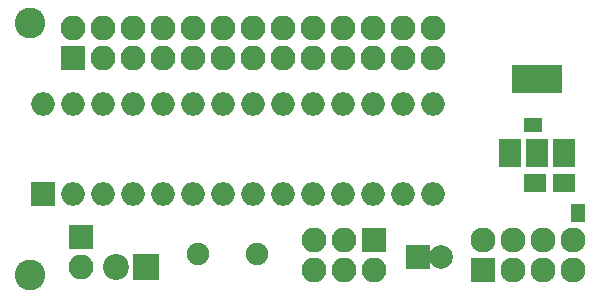
<source format=gbs>
G04 #@! TF.FileFunction,Soldermask,Bot*
%FSLAX46Y46*%
G04 Gerber Fmt 4.6, Leading zero omitted, Abs format (unit mm)*
G04 Created by KiCad (PCBNEW 4.0.6) date 05/18/17 21:56:45*
%MOMM*%
%LPD*%
G01*
G04 APERTURE LIST*
%ADD10C,0.100000*%
%ADD11C,2.600000*%
%ADD12R,2.100000X2.100000*%
%ADD13O,2.100000X2.100000*%
%ADD14R,2.000000X2.000000*%
%ADD15O,2.000000X2.000000*%
%ADD16C,2.000000*%
%ADD17C,1.900000*%
%ADD18R,4.200000X2.400000*%
%ADD19R,1.900000X2.400000*%
%ADD20O,2.127200X2.127200*%
%ADD21R,2.127200X2.127200*%
%ADD22R,1.900000X1.650000*%
%ADD23R,2.200000X2.200000*%
%ADD24C,2.200000*%
%ADD25R,1.162000X0.908000*%
%ADD26R,0.908000X1.162000*%
G04 APERTURE END LIST*
D10*
D11*
X101854000Y-89154000D03*
X101854000Y-67818000D03*
D12*
X131000000Y-86200000D03*
D13*
X131000000Y-88740000D03*
X128460000Y-86200000D03*
X128460000Y-88740000D03*
X125920000Y-86200000D03*
X125920000Y-88740000D03*
D12*
X105520000Y-70800000D03*
D13*
X105520000Y-68260000D03*
X108060000Y-70800000D03*
X108060000Y-68260000D03*
X110600000Y-70800000D03*
X110600000Y-68260000D03*
X113140000Y-70800000D03*
X113140000Y-68260000D03*
X115680000Y-70800000D03*
X115680000Y-68260000D03*
X118220000Y-70800000D03*
X118220000Y-68260000D03*
X120760000Y-70800000D03*
X120760000Y-68260000D03*
X123300000Y-70800000D03*
X123300000Y-68260000D03*
X125840000Y-70800000D03*
X125840000Y-68260000D03*
X128380000Y-70800000D03*
X128380000Y-68260000D03*
X130920000Y-70800000D03*
X130920000Y-68260000D03*
X133460000Y-70800000D03*
X133460000Y-68260000D03*
X136000000Y-70800000D03*
X136000000Y-68260000D03*
D14*
X102980000Y-82296000D03*
D15*
X136000000Y-74676000D03*
X105520000Y-82296000D03*
X133460000Y-74676000D03*
X108060000Y-82296000D03*
X130920000Y-74676000D03*
X110600000Y-82296000D03*
X128380000Y-74676000D03*
X113140000Y-82296000D03*
X125840000Y-74676000D03*
X115680000Y-82296000D03*
X123300000Y-74676000D03*
X118220000Y-82296000D03*
X120760000Y-74676000D03*
X120760000Y-82296000D03*
X118220000Y-74676000D03*
X123300000Y-82296000D03*
X115680000Y-74676000D03*
X125840000Y-82296000D03*
X113140000Y-74676000D03*
X128380000Y-82296000D03*
X110600000Y-74676000D03*
X130920000Y-82296000D03*
X108060000Y-74676000D03*
X133460000Y-82296000D03*
X105520000Y-74676000D03*
X136000000Y-82296000D03*
X102980000Y-74676000D03*
D14*
X134700000Y-87700000D03*
D16*
X136700000Y-87700000D03*
D17*
X116100000Y-87400000D03*
X121100000Y-87400000D03*
D18*
X144800000Y-72600000D03*
D19*
X144800000Y-78900000D03*
X142500000Y-78900000D03*
X147100000Y-78900000D03*
D20*
X147840000Y-88740000D03*
X147840000Y-86200000D03*
X145300000Y-88740000D03*
X145300000Y-86200000D03*
X142760000Y-88740000D03*
X142760000Y-86200000D03*
D21*
X140220000Y-88740000D03*
D20*
X140220000Y-86200000D03*
D22*
X144600000Y-81400000D03*
X147100000Y-81400000D03*
D23*
X111700000Y-88500000D03*
D24*
X109160000Y-88500000D03*
D25*
X148300000Y-84311200D03*
X148300000Y-83600000D03*
D26*
X144100000Y-76500000D03*
X144811200Y-76500000D03*
D12*
X106200000Y-85960000D03*
D13*
X106200000Y-88500000D03*
M02*

</source>
